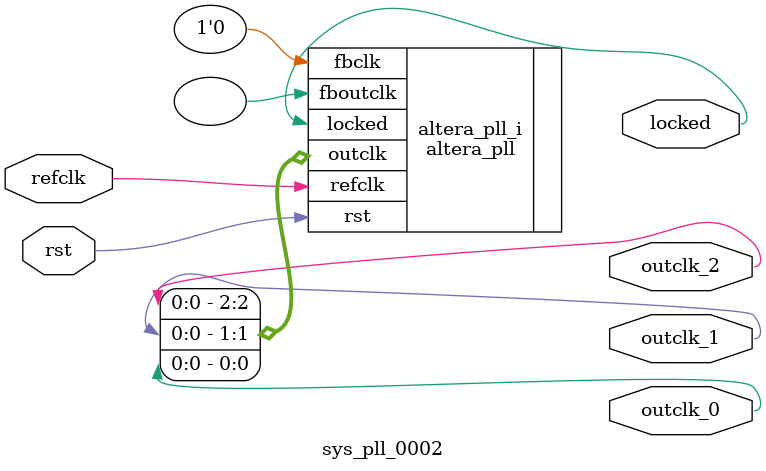
<source format=v>
`timescale 1ns/10ps
module  sys_pll_0002(

	// interface 'refclk'
	input wire refclk,

	// interface 'reset'
	input wire rst,

	// interface 'outclk0'
	output wire outclk_0,

	// interface 'outclk1'
	output wire outclk_1,

	// interface 'outclk2'
	output wire outclk_2,

	// interface 'locked'
	output wire locked
);

	altera_pll #(
		.fractional_vco_multiplier("false"),
		.reference_clock_frequency("50.0 MHz"),
		.operation_mode("normal"),
		.number_of_clocks(3),
		.output_clock_frequency0("200.000000 MHz"),
		.phase_shift0("0 ps"),
		.duty_cycle0(50),
		.output_clock_frequency1("50.000000 MHz"),
		.phase_shift1("0 ps"),
		.duty_cycle1(50),
		.output_clock_frequency2("1.534526 MHz"),
		.phase_shift2("0 ps"),
		.duty_cycle2(50),
		.output_clock_frequency3("0 MHz"),
		.phase_shift3("0 ps"),
		.duty_cycle3(50),
		.output_clock_frequency4("0 MHz"),
		.phase_shift4("0 ps"),
		.duty_cycle4(50),
		.output_clock_frequency5("0 MHz"),
		.phase_shift5("0 ps"),
		.duty_cycle5(50),
		.output_clock_frequency6("0 MHz"),
		.phase_shift6("0 ps"),
		.duty_cycle6(50),
		.output_clock_frequency7("0 MHz"),
		.phase_shift7("0 ps"),
		.duty_cycle7(50),
		.output_clock_frequency8("0 MHz"),
		.phase_shift8("0 ps"),
		.duty_cycle8(50),
		.output_clock_frequency9("0 MHz"),
		.phase_shift9("0 ps"),
		.duty_cycle9(50),
		.output_clock_frequency10("0 MHz"),
		.phase_shift10("0 ps"),
		.duty_cycle10(50),
		.output_clock_frequency11("0 MHz"),
		.phase_shift11("0 ps"),
		.duty_cycle11(50),
		.output_clock_frequency12("0 MHz"),
		.phase_shift12("0 ps"),
		.duty_cycle12(50),
		.output_clock_frequency13("0 MHz"),
		.phase_shift13("0 ps"),
		.duty_cycle13(50),
		.output_clock_frequency14("0 MHz"),
		.phase_shift14("0 ps"),
		.duty_cycle14(50),
		.output_clock_frequency15("0 MHz"),
		.phase_shift15("0 ps"),
		.duty_cycle15(50),
		.output_clock_frequency16("0 MHz"),
		.phase_shift16("0 ps"),
		.duty_cycle16(50),
		.output_clock_frequency17("0 MHz"),
		.phase_shift17("0 ps"),
		.duty_cycle17(50),
		.pll_type("General"),
		.pll_subtype("General")
	) altera_pll_i (
		.rst	(rst),
		.outclk	({outclk_2, outclk_1, outclk_0}),
		.locked	(locked),
		.fboutclk	( ),
		.fbclk	(1'b0),
		.refclk	(refclk)
	);
endmodule


</source>
